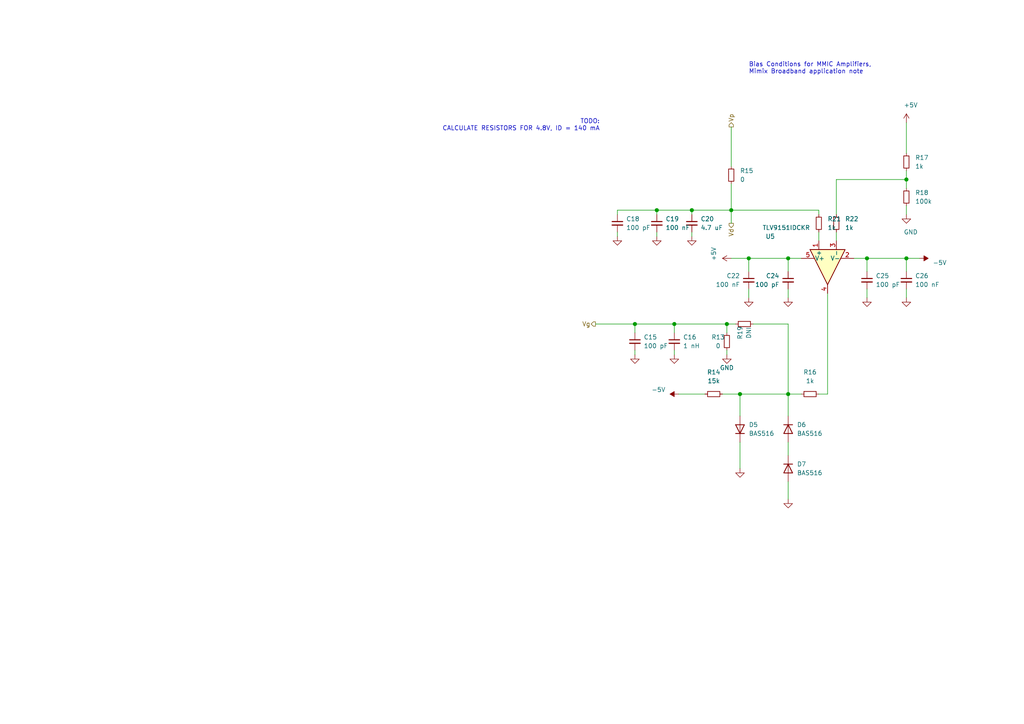
<source format=kicad_sch>
(kicad_sch (version 20210406) (generator eeschema)
  (paper "A4")
  (lib_symbols
    (symbol "Amplifier_Operational:TLV9001IDCK" (pin_names (offset 0.127))
      (property "Reference" "U" (at 7.62 2.54 0))
      (property "Value" "TLV9001IDCK" (at 11.43 -2.54 0))
      (symbol "TLV9001IDCK_0_1"
        (polyline (pts (xy -2.54 5.08) (xy -2.54 -5.08) (xy 7.62 0) (xy -2.54 5.08)) (stroke (width 0.254)) (fill (type background)))
      )
      (symbol "TLV9001IDCK_1_1"
        (pin input line (at -5.08 2.54 0) (length 2.54) (name "+") (number "1"))
        (pin power_in line (at 0 -7.62 90) (length 3.81) (name "V-") (number "2"))
        (pin input line (at -5.08 -2.54 0) (length 2.54) (name "-") (number "3"))
        (pin output line (at 10.16 0 180) (length 2.54) (name "~") (number "4"))
        (pin power_in line (at 0 7.62 270) (length 3.81) (name "V+") (number "5"))
      )
    )
    (symbol "Device:C_Small" (pin_numbers hide) (pin_names (offset 0.254) hide)
      (property "Reference" "C" (at 0.254 1.778 0))
      (property "Value" "C_Small" (at 0.254 -2.032 0))
      (symbol "C_Small_0_1"
        (polyline (pts (xy -1.524 -0.508) (xy 1.524 -0.508)) (stroke (width 0.3302)))
        (polyline (pts (xy -1.524 0.508) (xy 1.524 0.508)) (stroke (width 0.3048)))
      )
      (symbol "C_Small_1_1"
        (pin passive line (at 0 2.54 270) (length 2.032) (name "~") (number "1"))
        (pin passive line (at 0 -2.54 90) (length 2.032) (name "~") (number "2"))
      )
    )
    (symbol "Device:R_Small" (pin_numbers hide) (pin_names (offset 0.254) hide)
      (property "Reference" "R" (at 0.762 0.508 0))
      (property "Value" "R_Small" (at 0.762 -1.016 0))
      (symbol "R_Small_0_1"
        (rectangle (start -0.762 1.778) (end 0.762 -1.778) (stroke (width 0.2032)))
      )
      (symbol "R_Small_1_1"
        (pin passive line (at 0 2.54 270) (length 0.762) (name "~") (number "1"))
        (pin passive line (at 0 -2.54 90) (length 0.762) (name "~") (number "2"))
      )
    )
    (symbol "Diode:BAS516" (pin_numbers hide) (pin_names (offset 1.016) hide)
      (property "Reference" "D" (at 0 2.54 0))
      (property "Value" "BAS516" (at 0 -2.54 0))
      (symbol "BAS516_0_1"
        (polyline (pts (xy -1.27 1.27) (xy -1.27 -1.27)) (stroke (width 0.254)))
        (polyline (pts (xy 1.27 0) (xy -1.27 0)))
        (polyline (pts (xy 1.27 1.27) (xy 1.27 -1.27) (xy -1.27 0) (xy 1.27 1.27)) (stroke (width 0.254)))
      )
      (symbol "BAS516_1_1"
        (pin passive line (at -3.81 0 0) (length 2.54) (name "K") (number "1"))
        (pin passive line (at 3.81 0 180) (length 2.54) (name "A") (number "2"))
      )
    )
    (symbol "power:+5V" (power) (pin_names (offset 0))
      (property "Value" "+5V" (at 0 3.556 0))
      (symbol "+5V_0_1"
        (polyline (pts (xy -0.762 1.27) (xy 0 2.54)))
        (polyline (pts (xy 0 0) (xy 0 2.54)))
        (polyline (pts (xy 0 2.54) (xy 0.762 1.27)))
      )
      (symbol "+5V_1_1"
        (pin power_in line (at 0 0 90) (length 0) hide (name "+5V") (number "1"))
      )
    )
    (symbol "power:-5V" (power) (pin_names (offset 0))
      (property "Value" "-5V" (at 0 3.81 0))
      (symbol "-5V_0_0"
        (pin power_in line (at 0 0 90) (length 0) hide (name "-5V") (number "1"))
      )
      (symbol "-5V_0_1"
        (polyline (pts (xy 0 0) (xy 0 1.27) (xy 0.762 1.27) (xy 0 2.54) (xy -0.762 1.27) (xy 0 1.27)) (fill (type outline)))
      )
    )
    (symbol "power:GND" (power) (pin_names (offset 0))
      (property "Value" "GND" (at 0 -3.81 0))
      (symbol "GND_0_1"
        (polyline (pts (xy 0 0) (xy 0 -1.27) (xy 1.27 -1.27) (xy 0 -2.54) (xy -1.27 -1.27) (xy 0 -1.27)))
      )
      (symbol "GND_1_1"
        (pin power_in line (at 0 0 270) (length 0) hide (name "GND") (number "1"))
      )
    )
  )
  (junction (at 184.15 93.98) (diameter 1.016))
  (junction (at 190.5 60.96) (diameter 1.016))
  (junction (at 195.58 93.98) (diameter 1.016))
  (junction (at 200.66 60.96) (diameter 1.016))
  (junction (at 210.82 93.98) (diameter 1.016))
  (junction (at 212.09 60.96) (diameter 1.016))
  (junction (at 214.63 114.3) (diameter 1.016))
  (junction (at 217.17 74.93) (diameter 1.016))
  (junction (at 228.6 74.93) (diameter 1.016))
  (junction (at 228.6 114.3) (diameter 1.016))
  (junction (at 251.46 74.93) (diameter 1.016))
  (junction (at 262.89 52.07) (diameter 1.016))
  (junction (at 262.89 74.93) (diameter 1.016))
  (wire (pts (xy 172.72 93.98) (xy 184.15 93.98)))
  (wire (pts (xy 179.07 60.96) (xy 179.07 62.23)))
  (wire (pts (xy 179.07 60.96) (xy 190.5 60.96)))
  (wire (pts (xy 179.07 67.31) (xy 179.07 68.58)))
  (wire (pts (xy 184.15 93.98) (xy 184.15 96.52)))
  (wire (pts (xy 184.15 93.98) (xy 195.58 93.98)))
  (wire (pts (xy 184.15 101.6) (xy 184.15 102.87)))
  (wire (pts (xy 190.5 60.96) (xy 190.5 62.23)))
  (wire (pts (xy 190.5 60.96) (xy 200.66 60.96)))
  (wire (pts (xy 190.5 67.31) (xy 190.5 68.58)))
  (wire (pts (xy 195.58 93.98) (xy 195.58 96.52)))
  (wire (pts (xy 195.58 93.98) (xy 210.82 93.98)))
  (wire (pts (xy 195.58 101.6) (xy 195.58 102.87)))
  (wire (pts (xy 196.85 114.3) (xy 204.47 114.3)))
  (wire (pts (xy 200.66 60.96) (xy 200.66 62.23)))
  (wire (pts (xy 200.66 60.96) (xy 212.09 60.96)))
  (wire (pts (xy 200.66 67.31) (xy 200.66 68.58)))
  (wire (pts (xy 209.55 114.3) (xy 214.63 114.3)))
  (wire (pts (xy 210.82 93.98) (xy 210.82 96.52)))
  (wire (pts (xy 210.82 93.98) (xy 213.36 93.98)))
  (wire (pts (xy 210.82 101.6) (xy 210.82 102.87)))
  (wire (pts (xy 212.09 36.83) (xy 212.09 48.26)))
  (wire (pts (xy 212.09 53.34) (xy 212.09 60.96)))
  (wire (pts (xy 212.09 60.96) (xy 212.09 64.77)))
  (wire (pts (xy 212.09 60.96) (xy 237.49 60.96)))
  (wire (pts (xy 212.09 74.93) (xy 217.17 74.93)))
  (wire (pts (xy 214.63 114.3) (xy 214.63 120.65)))
  (wire (pts (xy 214.63 114.3) (xy 228.6 114.3)))
  (wire (pts (xy 214.63 128.27) (xy 214.63 135.89)))
  (wire (pts (xy 217.17 74.93) (xy 217.17 78.74)))
  (wire (pts (xy 217.17 74.93) (xy 228.6 74.93)))
  (wire (pts (xy 217.17 83.82) (xy 217.17 86.36)))
  (wire (pts (xy 218.44 93.98) (xy 228.6 93.98)))
  (wire (pts (xy 228.6 74.93) (xy 228.6 78.74)))
  (wire (pts (xy 228.6 74.93) (xy 232.41 74.93)))
  (wire (pts (xy 228.6 83.82) (xy 228.6 86.36)))
  (wire (pts (xy 228.6 93.98) (xy 228.6 114.3)))
  (wire (pts (xy 228.6 114.3) (xy 228.6 120.65)))
  (wire (pts (xy 228.6 114.3) (xy 232.41 114.3)))
  (wire (pts (xy 228.6 128.27) (xy 228.6 132.08)))
  (wire (pts (xy 228.6 139.7) (xy 228.6 144.78)))
  (wire (pts (xy 237.49 60.96) (xy 237.49 62.23)))
  (wire (pts (xy 237.49 67.31) (xy 237.49 69.85)))
  (wire (pts (xy 237.49 114.3) (xy 240.03 114.3)))
  (wire (pts (xy 240.03 85.09) (xy 240.03 114.3)))
  (wire (pts (xy 242.57 52.07) (xy 242.57 62.23)))
  (wire (pts (xy 242.57 52.07) (xy 262.89 52.07)))
  (wire (pts (xy 242.57 67.31) (xy 242.57 69.85)))
  (wire (pts (xy 247.65 74.93) (xy 251.46 74.93)))
  (wire (pts (xy 251.46 74.93) (xy 251.46 78.74)))
  (wire (pts (xy 251.46 74.93) (xy 262.89 74.93)))
  (wire (pts (xy 251.46 83.82) (xy 251.46 86.36)))
  (wire (pts (xy 262.89 35.56) (xy 262.89 44.45)))
  (wire (pts (xy 262.89 49.53) (xy 262.89 52.07)))
  (wire (pts (xy 262.89 52.07) (xy 262.89 54.61)))
  (wire (pts (xy 262.89 59.69) (xy 262.89 62.23)))
  (wire (pts (xy 262.89 74.93) (xy 262.89 78.74)))
  (wire (pts (xy 262.89 83.82) (xy 262.89 86.36)))
  (wire (pts (xy 266.7 74.93) (xy 262.89 74.93)))
  (text "TODO:\nCALCULATE RESISTORS FOR 4.8V, ID = 140 mA" (at 173.99 38.1 180) (effects (font (size 1.27 1.27)) (justify right bottom)))
  (text "Bias Conditions for MMIC Amplifiers,\nMimix Broadband application note" (at 217.17 21.59 0) (effects (font (size 1.27 1.27)) (justify left bottom)))
  (hierarchical_label "Vg" (shape output) (at 172.72 93.98 180))
  (hierarchical_label "Vp" (shape output) (at 212.09 36.83 90))
  (hierarchical_label "Vd" (shape output) (at 212.09 64.77 270))
  (symbol (lib_id "power:-5V") (at 196.85 114.3 90) (unit 1)
    (property "Reference" "#PWR0150" (effects hide))
    (property "Value" "-5V" (at 193.04 113.03 90) (effects (justify left)))
  )
  (symbol (lib_id "power:+5V") (at 212.09 74.93 90) (unit 1)
    (property "Reference" "#PWR0134" (effects hide))
    (property "Value" "+5V" (at 207.01 73.66 0))
  )
  (symbol (lib_id "power:+5V") (at 262.89 35.56 0) (unit 1)
    (property "Reference" "#PWR0135" (effects hide))
    (property "Value" "+5V" (at 264.16 30.48 0))
  )
  (symbol (lib_id "power:-5V") (at 266.7 74.93 270) (unit 1)
    (property "Reference" "#PWR0156" (effects hide))
    (property "Value" "-5V" (at 270.51 76.2 90) (effects (justify left)))
  )
  (symbol (lib_id "power:GND") (at 179.07 68.58 0) (unit 1)
    (property "Reference" "#PWR0144" (effects hide))
    (property "Value" "GND" (effects hide))
  )
  (symbol (lib_id "power:GND") (at 184.15 102.87 0) (unit 1)
    (property "Reference" "#PWR0131" (effects hide))
    (property "Value" "GND" (effects hide))
  )
  (symbol (lib_id "power:GND") (at 190.5 68.58 0) (unit 1)
    (property "Reference" "#PWR0143" (effects hide))
    (property "Value" "GND" (effects hide))
  )
  (symbol (lib_id "power:GND") (at 195.58 102.87 0) (unit 1)
    (property "Reference" "#PWR0132" (effects hide))
    (property "Value" "GND" (effects hide))
  )
  (symbol (lib_id "power:GND") (at 200.66 68.58 0) (unit 1)
    (property "Reference" "#PWR0141" (effects hide))
    (property "Value" "GND" (effects hide))
  )
  (symbol (lib_id "power:GND") (at 210.82 102.87 0) (unit 1)
    (property "Reference" "#PWR0117" (effects hide))
    (property "Value" "GND" (at 210.82 106.68 0))
  )
  (symbol (lib_id "power:GND") (at 214.63 135.89 0) (mirror y) (unit 1)
    (property "Reference" "#PWR0145" (effects hide))
    (property "Value" "GND" (effects hide))
  )
  (symbol (lib_id "power:GND") (at 217.17 86.36 0) (mirror y) (unit 1)
    (property "Reference" "#PWR0147" (effects hide))
    (property "Value" "GND" (effects hide))
  )
  (symbol (lib_id "power:GND") (at 228.6 86.36 0) (mirror y) (unit 1)
    (property "Reference" "#PWR0148" (effects hide))
    (property "Value" "GND" (effects hide))
  )
  (symbol (lib_id "power:GND") (at 228.6 144.78 0) (mirror y) (unit 1)
    (property "Reference" "#PWR0146" (effects hide))
    (property "Value" "GND" (effects hide))
  )
  (symbol (lib_id "power:GND") (at 251.46 86.36 0) (unit 1)
    (property "Reference" "#PWR0152" (effects hide))
    (property "Value" "GND" (effects hide))
  )
  (symbol (lib_id "power:GND") (at 262.89 62.23 0) (unit 1)
    (property "Reference" "#PWR0153" (effects hide))
    (property "Value" "GND" (at 264.16 67.31 0))
  )
  (symbol (lib_id "power:GND") (at 262.89 86.36 0) (unit 1)
    (property "Reference" "#PWR0155" (effects hide))
    (property "Value" "GND" (effects hide))
  )
  (symbol (lib_id "Device:R_Small") (at 207.01 114.3 90) (unit 1)
    (property "Reference" "R14" (at 207.01 107.95 90))
    (property "Value" "15k" (at 207.01 110.49 90))
    (property "Footprint" "Resistor_SMD:R_0402_1005Metric" (effects hide))
  )
  (symbol (lib_id "Device:R_Small") (at 210.82 99.06 180) (unit 1)
    (property "Reference" "R13" (at 208.28 97.79 0))
    (property "Value" "0" (at 208.28 100.33 0))
    (property "Footprint" "Resistor_SMD:R_0402_1005Metric" (effects hide))
  )
  (symbol (lib_id "Device:R_Small") (at 212.09 50.8 0) (unit 1)
    (property "Reference" "R15" (at 214.63 49.53 0) (effects (justify left)))
    (property "Value" "0" (at 214.63 52.07 0) (effects (justify left)))
    (property "Footprint" "Resistor_SMD:R_0603_1608Metric" (effects hide))
  )
  (symbol (lib_id "Device:R_Small") (at 215.9 93.98 270) (unit 1)
    (property "Reference" "R19" (at 214.63 96.52 0))
    (property "Value" "DNI" (at 217.17 96.52 0))
    (property "Footprint" "Resistor_SMD:R_0402_1005Metric" (effects hide))
  )
  (symbol (lib_id "Device:R_Small") (at 234.95 114.3 90) (unit 1)
    (property "Reference" "R16" (at 234.95 107.95 90))
    (property "Value" "1k" (at 234.95 110.49 90))
    (property "Footprint" "Resistor_SMD:R_0402_1005Metric" (effects hide))
  )
  (symbol (lib_id "Device:R_Small") (at 237.49 64.77 0) (unit 1)
    (property "Reference" "R21" (at 240.03 63.5 0) (effects (justify left)))
    (property "Value" "1k" (at 240.03 66.04 0) (effects (justify left)))
    (property "Footprint" "Resistor_SMD:R_0402_1005Metric" (effects hide))
  )
  (symbol (lib_id "Device:R_Small") (at 242.57 64.77 0) (unit 1)
    (property "Reference" "R22" (at 245.11 63.5 0) (effects (justify left)))
    (property "Value" "1k" (at 245.11 66.04 0) (effects (justify left)))
    (property "Footprint" "Resistor_SMD:R_0402_1005Metric" (effects hide))
  )
  (symbol (lib_id "Device:R_Small") (at 262.89 46.99 0) (unit 1)
    (property "Reference" "R17" (at 265.43 45.72 0) (effects (justify left)))
    (property "Value" "1k" (at 265.43 48.26 0) (effects (justify left)))
    (property "Footprint" "Resistor_SMD:R_0402_1005Metric" (effects hide))
  )
  (symbol (lib_id "Device:R_Small") (at 262.89 57.15 0) (unit 1)
    (property "Reference" "R18" (at 265.43 55.88 0) (effects (justify left)))
    (property "Value" "100k" (at 265.43 58.42 0) (effects (justify left)))
    (property "Footprint" "Resistor_SMD:R_0402_1005Metric" (effects hide))
  )
  (symbol (lib_id "Device:C_Small") (at 179.07 64.77 0) (unit 1)
    (property "Reference" "C18" (at 181.61 63.5 0) (effects (justify left)))
    (property "Value" "100 pF" (at 181.61 66.04 0) (effects (justify left)))
    (property "Footprint" "Capacitor_SMD:C_0402_1005Metric" (effects hide))
  )
  (symbol (lib_id "Device:C_Small") (at 184.15 99.06 0) (unit 1)
    (property "Reference" "C15" (at 186.69 97.79 0) (effects (justify left)))
    (property "Value" "100 pF" (at 186.69 100.33 0) (effects (justify left)))
    (property "Footprint" "Capacitor_SMD:C_0402_1005Metric" (effects hide))
  )
  (symbol (lib_id "Device:C_Small") (at 190.5 64.77 0) (unit 1)
    (property "Reference" "C19" (at 193.04 63.5 0) (effects (justify left)))
    (property "Value" "100 nF" (at 193.04 66.04 0) (effects (justify left)))
    (property "Footprint" "Capacitor_SMD:C_0402_1005Metric" (effects hide))
  )
  (symbol (lib_id "Device:C_Small") (at 195.58 99.06 0) (unit 1)
    (property "Reference" "C16" (at 198.12 97.79 0) (effects (justify left)))
    (property "Value" "1 nH" (at 198.12 100.33 0) (effects (justify left)))
    (property "Footprint" "Capacitor_SMD:C_0402_1005Metric" (effects hide))
  )
  (symbol (lib_id "Device:C_Small") (at 200.66 64.77 0) (unit 1)
    (property "Reference" "C20" (at 203.2 63.5 0) (effects (justify left)))
    (property "Value" "4.7 uF" (at 203.2 66.04 0) (effects (justify left)))
    (property "Footprint" "Capacitor_SMD:C_0603_1608Metric" (effects hide))
  )
  (symbol (lib_id "Device:C_Small") (at 217.17 81.28 0) (mirror y) (unit 1)
    (property "Reference" "C22" (at 214.63 80.01 0) (effects (justify left)))
    (property "Value" "100 nF" (at 214.63 82.55 0) (effects (justify left)))
    (property "Footprint" "Capacitor_SMD:C_0402_1005Metric" (effects hide))
  )
  (symbol (lib_id "Device:C_Small") (at 228.6 81.28 0) (mirror y) (unit 1)
    (property "Reference" "C24" (at 226.06 80.01 0) (effects (justify left)))
    (property "Value" "100 pF" (at 226.06 82.55 0) (effects (justify left)))
    (property "Footprint" "Capacitor_SMD:C_0402_1005Metric" (effects hide))
  )
  (symbol (lib_id "Device:C_Small") (at 251.46 81.28 0) (unit 1)
    (property "Reference" "C25" (at 254 80.01 0) (effects (justify left)))
    (property "Value" "100 pF" (at 254 82.55 0) (effects (justify left)))
    (property "Footprint" "Capacitor_SMD:C_0402_1005Metric" (effects hide))
  )
  (symbol (lib_id "Device:C_Small") (at 262.89 81.28 0) (unit 1)
    (property "Reference" "C26" (at 265.43 80.01 0) (effects (justify left)))
    (property "Value" "100 nF" (at 265.43 82.55 0) (effects (justify left)))
    (property "Footprint" "Capacitor_SMD:C_0402_1005Metric" (effects hide))
  )
  (symbol (lib_id "Diode:BAS516") (at 214.63 124.46 90) (unit 1)
    (property "Reference" "D5" (at 217.17 123.19 90) (effects (justify right)))
    (property "Value" "BAS516" (at 217.17 125.73 90) (effects (justify right)))
    (property "Footprint" "Diode_SMD:D_SOD-523" (effects hide))
    (property "Datasheet" "https://assets.nexperia.com/documents/data-sheet/BAS16_SER.pdf" (effects hide))
  )
  (symbol (lib_id "Diode:BAS516") (at 228.6 124.46 270) (unit 1)
    (property "Reference" "D6" (at 231.14 123.19 90) (effects (justify left)))
    (property "Value" "BAS516" (at 231.14 125.73 90) (effects (justify left)))
    (property "Footprint" "Diode_SMD:D_SOD-523" (effects hide))
    (property "Datasheet" "https://assets.nexperia.com/documents/data-sheet/BAS16_SER.pdf" (effects hide))
  )
  (symbol (lib_id "Diode:BAS516") (at 228.6 135.89 270) (unit 1)
    (property "Reference" "D7" (at 231.14 134.62 90) (effects (justify left)))
    (property "Value" "BAS516" (at 231.14 137.16 90) (effects (justify left)))
    (property "Footprint" "Diode_SMD:D_SOD-523" (effects hide))
    (property "Datasheet" "https://assets.nexperia.com/documents/data-sheet/BAS16_SER.pdf" (effects hide))
  )
  (symbol (lib_id "Amplifier_Operational:TLV9001IDCK") (at 240.03 74.93 90) (mirror x) (unit 1)
    (property "Reference" "U5" (at 224.79 68.58 90) (effects (justify left)))
    (property "Value" "TLV9151IDCKR" (at 234.95 66.04 90) (effects (justify left)))
    (property "Footprint" "Package_TO_SOT_SMD:SOT-353_SC-70-5" (effects hide))
    (property "Datasheet" "https://www.ti.com/lit/ds/symlink/tlv9001.pdf" (effects hide))
  )
)
</source>
